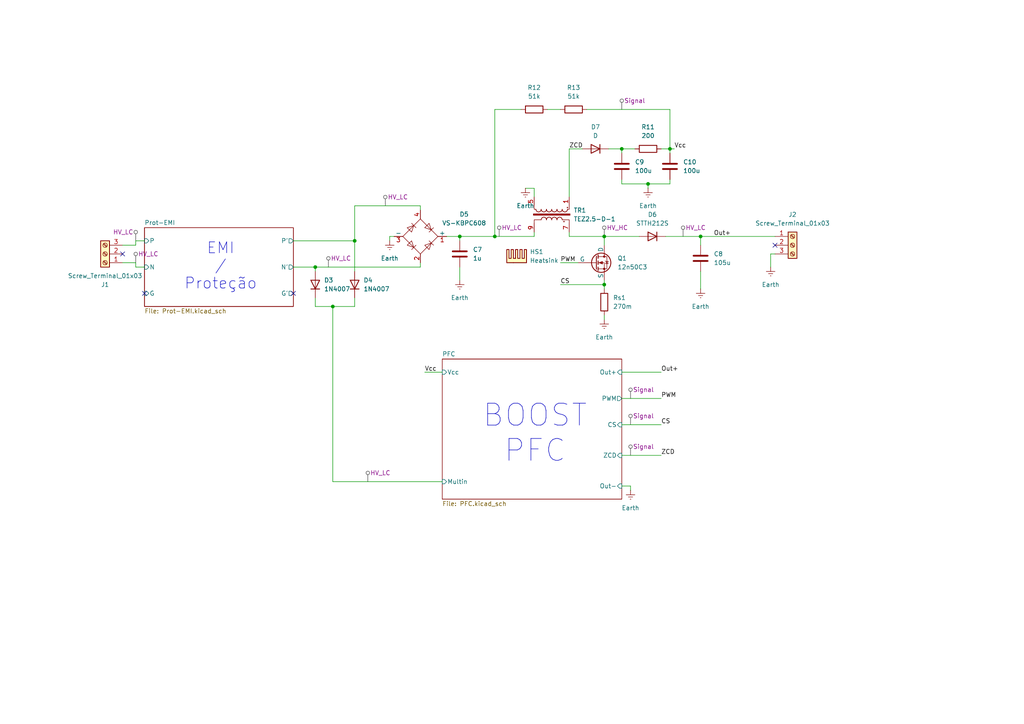
<source format=kicad_sch>
(kicad_sch (version 20250114) (generator "eeschema") (generator_version "9.0")
  (paper "A4")
  (lib_symbols
    (symbol "Connector:Screw_Terminal_01x03" (pin_names (offset 1.016) (hide yes))
      (property "Reference" "J" (at 0 5.08 0))
      (property "Value" "Screw_Terminal_01x03" (at 0 -5.08 0))
      (symbol "Screw_Terminal_01x03_1_1"
        (rectangle (start -1.27 3.81) (end 1.27 -3.81) (stroke (width 0.254)) (fill (type background)))
        (polyline (pts (xy -0.5334 2.8702) (xy 0.3302 2.032)) (stroke (width 0.1524)))
        (polyline (pts (xy -0.5334 0.3302) (xy 0.3302 -0.508)) (stroke (width 0.1524)))
        (polyline (pts (xy -0.5334 -2.2098) (xy 0.3302 -3.048)) (stroke (width 0.1524)))
        (polyline (pts (xy -0.3556 3.048) (xy 0.508 2.2098)) (stroke (width 0.1524)))
        (polyline (pts (xy -0.3556 0.508) (xy 0.508 -0.3302)) (stroke (width 0.1524)))
        (polyline (pts (xy -0.3556 -2.032) (xy 0.508 -2.8702)) (stroke (width 0.1524)))
        (circle (center 0 2.54) (radius 0.635) (stroke (width 0.1524)))
        (circle (center 0 0) (radius 0.635) (stroke (width 0.1524)))
        (circle (center 0 -2.54) (radius 0.635) (stroke (width 0.1524)))
        (pin passive line (at -5.08 2.54 0) (length 3.81) (name "Pin_1") (number "1"))
        (pin passive line (at -5.08 0 0) (length 3.81) (name "Pin_2") (number "2"))
        (pin passive line (at -5.08 -2.54 0) (length 3.81) (name "Pin_3") (number "3"))
      )
    )
    (symbol "Device:C" (pin_numbers (hide yes)) (pin_names (offset 0.254))
      (property "Reference" "C" (at 0.635 2.54 0))
      (property "Value" "C" (at 0.635 -2.54 0))
      (symbol "C_0_1"
        (polyline (pts (xy -2.032 0.762) (xy 2.032 0.762)) (stroke (width 0.508)))
        (polyline (pts (xy -2.032 -0.762) (xy 2.032 -0.762)) (stroke (width 0.508)))
      )
      (symbol "C_1_1"
        (pin passive line (at 0 3.81 270) (length 2.794) (name "~") (number "1"))
        (pin passive line (at 0 -3.81 90) (length 2.794) (name "~") (number "2"))
      )
    )
    (symbol "Device:D" (pin_numbers (hide yes)) (pin_names (offset 1.016) (hide yes))
      (property "Reference" "D" (at 0 2.54 0))
      (property "Value" "D" (at 0 -2.54 0))
      (symbol "D_0_1"
        (polyline (pts (xy -1.27 1.27) (xy -1.27 -1.27)) (stroke (width 0.254)))
        (polyline (pts (xy 1.27 1.27) (xy 1.27 -1.27) (xy -1.27 0) (xy 1.27 1.27)) (stroke (width 0.254)))
        (polyline (pts (xy 1.27 0) (xy -1.27 0)))
      )
      (symbol "D_1_1"
        (pin passive line (at -3.81 0 0) (length 2.54) (name "K") (number "1"))
        (pin passive line (at 3.81 0 180) (length 2.54) (name "A") (number "2"))
      )
    )
    (symbol "Device:R" (pin_numbers (hide yes)) (pin_names (offset 0))
      (property "Reference" "R" (at 2.032 0 90))
      (property "Value" "R" (at 0 0 90))
      (symbol "R_0_1"
        (rectangle (start -1.016 -2.54) (end 1.016 2.54) (stroke (width 0.254)))
      )
      (symbol "R_1_1"
        (pin passive line (at 0 3.81 270) (length 1.27) (name "~") (number "1"))
        (pin passive line (at 0 -3.81 90) (length 1.27) (name "~") (number "2"))
      )
    )
    (symbol "Diode:1N4007" (pin_numbers (hide yes)) (pin_names (hide yes))
      (property "Reference" "D" (at 0 2.54 0))
      (property "Value" "1N4007" (at 0 -2.54 0))
      (symbol "1N4007_0_1"
        (polyline (pts (xy -1.27 1.27) (xy -1.27 -1.27)) (stroke (width 0.254)))
        (polyline (pts (xy 1.27 1.27) (xy 1.27 -1.27) (xy -1.27 0) (xy 1.27 1.27)) (stroke (width 0.254)))
        (polyline (pts (xy 1.27 0) (xy -1.27 0)))
      )
      (symbol "1N4007_1_1"
        (pin passive line (at -3.81 0 0) (length 2.54) (name "K") (number "1"))
        (pin passive line (at 3.81 0 180) (length 2.54) (name "A") (number "2"))
      )
    )
    (symbol "Diode:STTH212S" (pin_numbers (hide yes)) (pin_names (offset 1.016) (hide yes))
      (property "Reference" "D" (at 0 2.54 0))
      (property "Value" "STTH212S" (at 0 -2.54 0))
      (symbol "STTH212S_0_1"
        (polyline (pts (xy -1.27 1.27) (xy -1.27 -1.27)) (stroke (width 0.254)))
        (polyline (pts (xy 1.27 1.27) (xy 1.27 -1.27) (xy -1.27 0) (xy 1.27 1.27)) (stroke (width 0.254)))
        (polyline (pts (xy 1.27 0) (xy -1.27 0)))
      )
      (symbol "STTH212S_1_1"
        (pin passive line (at -3.81 0 0) (length 2.54) (name "K") (number "1"))
        (pin passive line (at 3.81 0 180) (length 2.54) (name "A") (number "2"))
      )
    )
    (symbol "Diode_Bridge:VS-KBPC608" (pin_names (offset 0))
      (property "Reference" "D" (at 2.54 6.985 0))
      (property "Value" "VS-KBPC608" (at 2.54 5.08 0))
      (symbol "VS-KBPC608_0_1"
        (polyline (pts (xy -5.08 0) (xy 0 -5.08) (xy 5.08 0) (xy 0 5.08) (xy -5.08 0)))
        (polyline (pts (xy -3.81 2.54) (xy -2.54 1.27) (xy -1.905 3.175) (xy -3.81 2.54)))
        (polyline (pts (xy -2.54 3.81) (xy -1.27 2.54)))
        (polyline (pts (xy -2.54 -1.27) (xy -3.81 -2.54) (xy -1.905 -3.175) (xy -2.54 -1.27)))
        (polyline (pts (xy -1.27 -2.54) (xy -2.54 -3.81)))
        (polyline (pts (xy 1.27 2.54) (xy 2.54 3.81) (xy 3.175 1.905) (xy 1.27 2.54)))
        (polyline (pts (xy 2.54 1.27) (xy 3.81 2.54)))
        (polyline (pts (xy 2.54 -1.27) (xy 3.81 -2.54)))
        (polyline (pts (xy 3.175 -1.905) (xy 1.27 -2.54) (xy 2.54 -3.81) (xy 3.175 -1.905)))
      )
      (symbol "VS-KBPC608_1_1"
        (pin passive line (at -7.62 0 0) (length 2.54) (name "-") (number "3"))
        (pin passive line (at 0 7.62 270) (length 2.54) (name "~") (number "4"))
        (pin passive line (at 0 -7.62 90) (length 2.54) (name "~") (number "2"))
        (pin passive line (at 7.62 0 180) (length 2.54) (name "+") (number "1"))
      )
    )
    (symbol "ELP-Boost_PFC:12n50C3" (pin_numbers (hide yes)) (pin_names (offset 0))
      (property "Reference" "Q" (at 2.54 2.54 0))
      (property "Value" "12n50C3" (at 0 0 0))
      (symbol "12n50C3_0_1"
        (polyline (pts (xy -2.286 1.905) (xy -2.286 -1.905)) (stroke (width 0.254)))
        (polyline (pts (xy -2.286 0) (xy -5.08 0)))
        (polyline (pts (xy -1.778 2.286) (xy -1.778 1.27)) (stroke (width 0.254)))
        (polyline (pts (xy -1.778 0.508) (xy -1.778 -0.508)) (stroke (width 0.254)))
        (polyline (pts (xy -1.778 -1.27) (xy -1.778 -2.286)) (stroke (width 0.254)))
        (polyline (pts (xy -1.778 -1.778) (xy 0.762 -1.778) (xy 0.762 1.778) (xy -1.778 1.778)))
        (polyline (pts (xy -1.524 0) (xy -0.508 0.381) (xy -0.508 -0.381) (xy -1.524 0)) (fill (type outline)))
        (circle (center -0.889 0) (radius 2.794) (stroke (width 0.254)))
        (polyline (pts (xy 0 2.54) (xy 0 1.778)))
        (circle (center 0 1.778) (radius 0.254) (fill (type outline)))
        (circle (center 0 -1.778) (radius 0.254) (fill (type outline)))
        (polyline (pts (xy 0 -2.54) (xy 0 0) (xy -1.778 0)))
        (polyline (pts (xy 0.254 0.508) (xy 0.381 0.381) (xy 1.143 0.381) (xy 1.27 0.254)))
        (polyline (pts (xy 0.762 0.381) (xy 0.381 -0.254) (xy 1.143 -0.254) (xy 0.762 0.381)))
      )
      (symbol "12n50C3_1_1"
        (pin input line (at -7.62 0 0) (length 2.54) (name "G") (number "1"))
        (pin passive line (at 0 5.08 270) (length 2.54) (name "D") (number "2"))
        (pin passive line (at 0 -5.08 90) (length 2.54) (name "S") (number "3"))
      )
    )
    (symbol "Mechanical:Heatsink" (pin_names (offset 1.016))
      (property "Reference" "HS" (at 0 5.08 0))
      (property "Value" "Heatsink" (at 0 -1.27 0))
      (symbol "Heatsink_0_1"
        (polyline (pts (xy -0.3302 1.27) (xy -0.9652 1.27) (xy -0.9652 3.81) (xy -1.6002 3.81) (xy -1.6002 1.27) (xy -2.2352 1.27) (xy -2.2352 3.81) (xy -2.8702 3.81) (xy -2.8702 0) (xy -0.9652 0)) (stroke (width 0.254)) (fill (type background)))
        (polyline (pts (xy -0.3302 1.27) (xy -0.3302 3.81) (xy 0.3048 3.81) (xy 0.3048 1.27) (xy 0.9398 1.27) (xy 0.9398 3.81) (xy 1.5748 3.81) (xy 1.5748 1.27) (xy 2.2098 1.27) (xy 2.2098 3.81) (xy 2.8448 3.81) (xy 2.8448 0) (xy -0.9652 0)) (stroke (width 0.254)) (fill (type background)))
      )
    )
    (symbol "Transformer:TEZ2.5-D-1" (pin_names (offset 0.0254))
      (property "Reference" "TR" (at 0 6.35 0))
      (property "Value" "TEZ2.5-D-1" (at 0 -6.35 0))
      (symbol "TEZ2.5-D-1_0_1"
        (circle (center -2.032 4.572) (radius 0.127))
        (arc (start -1.524 4.572) (mid -0.7653 3.81) (end -1.524 3.048) (stroke (width 0.2032)))
        (arc (start -1.524 3.048) (mid -0.7653 2.286) (end -1.524 1.524) (stroke (width 0.2032)))
        (arc (start -1.524 1.524) (mid -0.7653 0.762) (end -1.524 0) (stroke (width 0.2032)))
        (arc (start -1.524 0) (mid -0.7653 -0.762) (end -1.524 -1.524) (stroke (width 0.2032)))
        (arc (start -1.524 -1.524) (mid -0.7653 -2.286) (end -1.524 -3.048) (stroke (width 0.2032)))
        (arc (start -1.524 -3.048) (mid -0.7653 -3.81) (end -1.524 -4.572) (stroke (width 0.2032)))
        (polyline (pts (xy -1.524 4.572) (xy -1.524 5.08) (xy -2.54 5.08)))
        (polyline (pts (xy -1.524 -4.572) (xy -1.524 -5.08) (xy -2.54 -5.08)))
        (rectangle (start -0.254 5.334) (end 0.254 -5.334) (stroke (width 0.0254)) (fill (type outline)))
        (polyline (pts (xy 1.524 3.048) (xy 1.524 5.08) (xy 2.54 5.08)) (stroke (width 0.1524)))
        (arc (start 1.524 1.524) (mid 0.7653 2.286) (end 1.524 3.048) (stroke (width 0.2032)))
        (arc (start 1.524 0) (mid 0.7653 0.762) (end 1.524 1.524) (stroke (width 0.2032)))
        (arc (start 1.524 -1.524) (mid 0.7653 -0.762) (end 1.524 0) (stroke (width 0.2032)))
        (arc (start 1.524 -3.048) (mid 0.7653 -2.286) (end 1.524 -1.524) (stroke (width 0.2032)))
        (circle (center 2.032 3.556) (radius 0.127))
        (polyline (pts (xy 2.54 -5.08) (xy 1.524 -5.08) (xy 1.524 -3.048)) (stroke (width 0.1524)))
      )
      (symbol "TEZ2.5-D-1_1_1"
        (pin passive line (at -5.08 5.08 0) (length 2.54) (name "~") (number "1"))
        (pin passive line (at -5.08 -5.08 0) (length 2.54) (name "~") (number "5"))
        (pin passive line (at 5.08 5.08 180) (length 2.54) (name "~") (number "7"))
        (pin passive line (at 5.08 -5.08 180) (length 2.54) (name "~") (number "9"))
      )
    )
    (symbol "power:Earth" (power) (pin_numbers (hide yes)) (pin_names (offset 0) (hide yes))
      (property "Value" "Earth" (at 0 -3.81 0))
      (symbol "Earth_0_1"
        (polyline (pts (xy -0.635 -1.905) (xy 0.635 -1.905)))
        (polyline (pts (xy -0.127 -2.54) (xy 0.127 -2.54)))
        (polyline (pts (xy 0 -1.27) (xy 0 0)))
        (polyline (pts (xy 1.27 -1.27) (xy -1.27 -1.27)))
      )
      (symbol "Earth_1_1"
        (pin power_in line (at 0 0 270) (length 0) (name "~") (number "1"))
      )
    )
  )
  (text "EMI\n/\nProteção" (at 64.008 77.216 0) (effects (font (size 3.175 3.175))))
  (text "BOOST\nPFC" (at 155.194 125.73 0) (effects (font (size 6.35 6.35))))
  (junction (at 96.52 88.9))
  (junction (at 175.26 82.55))
  (junction (at 133.35 68.58))
  (junction (at 143.51 68.58))
  (junction (at 194.31 43.18))
  (junction (at 102.87 69.85))
  (junction (at 91.44 77.47))
  (junction (at 180.34 43.18))
  (junction (at 187.96 53.34))
  (junction (at 203.2 68.58))
  (junction (at 175.26 68.58))
  (no_connect (at 41.91 85.09))
  (no_connect (at 85.09 85.09))
  (no_connect (at 35.56 73.66))
  (no_connect (at 224.79 71.12))
  (wire (pts (xy 91.44 77.47) (xy 121.92 77.47)))
  (wire (pts (xy 194.31 43.18) (xy 194.31 44.45)))
  (wire (pts (xy 102.87 86.36) (xy 102.87 88.9)))
  (wire (pts (xy 175.26 68.58) (xy 185.42 68.58)))
  (wire (pts (xy 191.77 115.57) (xy 180.34 115.57)))
  (wire (pts (xy 35.56 76.2) (xy 39.37 76.2)))
  (wire (pts (xy 165.1 43.18) (xy 168.91 43.18)))
  (wire (pts (xy 39.37 77.47) (xy 41.91 77.47)))
  (wire (pts (xy 203.2 68.58) (xy 203.2 71.12)))
  (wire (pts (xy 165.1 68.58) (xy 175.26 68.58)))
  (wire (pts (xy 133.35 68.58) (xy 143.51 68.58)))
  (wire (pts (xy 133.35 68.58) (xy 133.35 69.85)))
  (wire (pts (xy 175.26 82.55) (xy 162.56 82.55)))
  (wire (pts (xy 203.2 68.58) (xy 224.79 68.58)))
  (wire (pts (xy 193.04 68.58) (xy 203.2 68.58)))
  (wire (pts (xy 121.92 77.47) (xy 121.92 76.2)))
  (wire (pts (xy 162.56 31.75) (xy 158.75 31.75)))
  (wire (pts (xy 162.56 76.2) (xy 167.64 76.2)))
  (wire (pts (xy 121.92 59.69) (xy 102.87 59.69)))
  (wire (pts (xy 143.51 31.75) (xy 143.51 68.58)))
  (wire (pts (xy 102.87 69.85) (xy 102.87 78.74)))
  (wire (pts (xy 194.31 52.07) (xy 194.31 53.34)))
  (wire (pts (xy 180.34 43.18) (xy 184.15 43.18)))
  (wire (pts (xy 165.1 43.18) (xy 165.1 57.15)))
  (wire (pts (xy 182.88 140.97) (xy 182.88 142.24)))
  (wire (pts (xy 180.34 43.18) (xy 180.34 44.45)))
  (wire (pts (xy 113.03 68.58) (xy 113.03 69.85)))
  (wire (pts (xy 176.53 43.18) (xy 180.34 43.18)))
  (wire (pts (xy 35.56 71.12) (xy 39.37 71.12)))
  (wire (pts (xy 91.44 86.36) (xy 91.44 88.9)))
  (wire (pts (xy 203.2 78.74) (xy 203.2 83.82)))
  (wire (pts (xy 96.52 139.7) (xy 128.27 139.7)))
  (wire (pts (xy 194.31 31.75) (xy 170.18 31.75)))
  (wire (pts (xy 191.77 132.08) (xy 180.34 132.08)))
  (wire (pts (xy 91.44 77.47) (xy 91.44 78.74)))
  (wire (pts (xy 133.35 77.47) (xy 133.35 81.28)))
  (wire (pts (xy 182.88 140.97) (xy 180.34 140.97)))
  (wire (pts (xy 121.92 60.96) (xy 121.92 59.69)))
  (wire (pts (xy 39.37 69.85) (xy 41.91 69.85)))
  (wire (pts (xy 151.13 31.75) (xy 143.51 31.75)))
  (wire (pts (xy 191.77 43.18) (xy 194.31 43.18)))
  (wire (pts (xy 85.09 69.85) (xy 102.87 69.85)))
  (wire (pts (xy 96.52 88.9) (xy 96.52 139.7)))
  (wire (pts (xy 123.19 107.95) (xy 128.27 107.95)))
  (wire (pts (xy 154.94 68.58) (xy 143.51 68.58)))
  (wire (pts (xy 180.34 53.34) (xy 187.96 53.34)))
  (wire (pts (xy 175.26 68.58) (xy 175.26 71.12)))
  (wire (pts (xy 175.26 81.28) (xy 175.26 82.55)))
  (wire (pts (xy 194.31 43.18) (xy 195.58 43.18)))
  (wire (pts (xy 85.09 77.47) (xy 91.44 77.47)))
  (wire (pts (xy 187.96 53.34) (xy 187.96 54.61)))
  (wire (pts (xy 180.34 53.34) (xy 180.34 52.07)))
  (wire (pts (xy 154.94 67.31) (xy 154.94 68.58)))
  (wire (pts (xy 223.52 77.47) (xy 223.52 73.66)))
  (wire (pts (xy 175.26 91.44) (xy 175.26 92.71)))
  (wire (pts (xy 187.96 53.34) (xy 194.31 53.34)))
  (wire (pts (xy 191.77 123.19) (xy 180.34 123.19)))
  (wire (pts (xy 154.94 54.61) (xy 154.94 57.15)))
  (wire (pts (xy 114.3 68.58) (xy 113.03 68.58)))
  (wire (pts (xy 175.26 82.55) (xy 175.26 83.82)))
  (wire (pts (xy 39.37 71.12) (xy 39.37 69.85)))
  (wire (pts (xy 102.87 59.69) (xy 102.87 69.85)))
  (wire (pts (xy 129.54 68.58) (xy 133.35 68.58)))
  (wire (pts (xy 191.77 107.95) (xy 180.34 107.95)))
  (wire (pts (xy 194.31 43.18) (xy 194.31 31.75)))
  (wire (pts (xy 91.44 88.9) (xy 96.52 88.9)))
  (wire (pts (xy 39.37 76.2) (xy 39.37 77.47)))
  (wire (pts (xy 165.1 67.31) (xy 165.1 68.58)))
  (wire (pts (xy 96.52 88.9) (xy 102.87 88.9)))
  (wire (pts (xy 154.94 54.61) (xy 152.4 54.61)))
  (wire (pts (xy 223.52 73.66) (xy 224.79 73.66)))
  (label "Vcc" (at 123.19 107.95 0))
  (label "CS" (at 191.77 123.19 0))
  (label "PWM" (at 191.77 115.57 0))
  (label "ZCD" (at 191.77 132.08 0))
  (label "Out+" (at 191.77 107.95 0))
  (label "Vcc" (at 195.58 43.18 0))
  (label "Out+" (at 207.01 68.58 0))
  (label "PWM" (at 162.56 76.2 0))
  (label "ZCD" (at 165.1 43.18 0))
  (label "CS" (at 162.56 82.55 0))
  (netclass_flag "" (length 2.54) (shape round) (at 39.37 76.2 0) (property "Netclass" "HV_LC" (at 40.0685 73.66 0) (effects (justify left))))
  (netclass_flag "" (length 2.54) (shape round) (at 182.88 123.19 0) (property "Netclass" "Signal" (at 183.5785 120.65 0) (effects (justify left))))
  (netclass_flag "" (length 2.54) (shape round) (at 111.76 59.69 0) (property "Netclass" "HV_LC" (at 112.4585 57.15 0) (effects (justify left))))
  (netclass_flag "" (length 2.54) (shape round) (at 182.88 132.08 0) (property "Netclass" "Signal" (at 183.5785 129.54 0) (effects (justify left))))
  (netclass_flag "" (length 2.54) (shape round) (at 95.25 77.47 0) (property "Netclass" "HV_LC" (at 95.9485 74.93 0) (effects (justify left))))
  (netclass_flag "" (length 2.54) (shape round) (at 180.34 31.75 0) (property "Netclass" "Signal" (at 181.0385 29.21 0) (effects (justify left))))
  (netclass_flag "" (length 2.54) (shape round) (at 182.88 115.57 0) (property "Netclass" "Signal" (at 183.5785 113.03 0) (effects (justify left))))
  (netclass_flag "" (length 2.54) (shape round) (at 198.12 68.58 0) (property "Netclass" "HV_LC" (at 198.8185 66.04 0) (effects (justify left))))
  (netclass_flag "" (length 2.54) (shape round) (at 39.37 69.85 0) (property "Netclass" "HV_LC" (at 38.6715 67.31 0) (effects (justify right))))
  (netclass_flag "" (length 2.54) (shape round) (at 144.78 68.58 0) (property "Netclass" "HV_LC" (at 145.4785 66.04 0) (effects (justify left))))
  (netclass_flag "" (length 2.54) (shape round) (at 106.68 139.7 0) (property "Netclass" "HV_LC" (at 107.3785 137.16 0) (effects (justify left))))
  (netclass_flag "" (length 2.54) (shape round) (at 175.26 68.58 0) (property "Netclass" "HV_HC" (at 175.9585 66.04 0) (effects (justify left))))
  (symbol (lib_id "Transformer:TEZ2.5-D-1") (at 160.02 62.23 270) (unit 1)
    (property "Reference" "TR1" (at 166.37 60.998 90) (effects (justify left)))
    (property "Value" "TEZ2.5-D-1" (at 166.37 63.538 90) (effects (justify left)))
    (property "Footprint" "ELP-Boost_PFC:Indutor ELP" (effects (hide yes)))
    (property "Datasheet" "http://www.breve.pl/pdf/ANG/TEZ_ang.pdf" (effects (hide yes)))
    (property "Description" "TEZ2.5/D/x, 2.5VA, Single Secondary, Cast Resin Transformer, PCB" (effects (hide yes)))
  )
  (symbol (lib_id "Device:D") (at 172.72 43.18 0) (mirror y) (unit 1)
    (property "Reference" "D7" (at 172.72 36.83 0))
    (property "Value" "D" (at 172.72 39.37 0))
    (property "Footprint" "Diode_THT:D_DO-41_SOD81_P10.16mm_Horizontal" (effects (hide yes)))
    (property "Description" "Diode" (effects (hide yes)))
    (property "Sim.Device" "D" (effects (hide yes)))
    (property "Sim.Pins" "1=K 2=A" (effects (hide yes)))
  )
  (symbol (lib_id "Device:R") (at 175.26 87.63 0) (unit 1)
    (property "Reference" "Rs1" (at 177.8 86.3599 0) (effects (justify left)))
    (property "Value" "270m" (at 177.8 88.8999 0) (effects (justify left)))
    (property "Footprint" "Resistor_SMD:R_2512_6332Metric_Pad1.40x3.35mm_HandSolder" (effects (hide yes)))
    (property "Description" "Resistor" (effects (hide yes)))
  )
  (symbol (lib_id "ELP-Boost_PFC:12n50C3") (at 175.26 76.2 0) (unit 1)
    (property "Reference" "Q1" (at 179.07 74.9299 0) (effects (justify left)))
    (property "Value" "12n50C3" (at 179.07 77.4699 0) (effects (justify left)))
    (property "Footprint" "Package_TO_SOT_THT:TO-220-3_Vertical" (effects (hide yes)))
  )
  (symbol (lib_id "power:Earth") (at 187.96 54.61 0) (unit 1)
    (property "Reference" "#PWR014" (effects (hide yes)))
    (property "Value" "Earth" (at 187.96 59.69 0))
    (property "Description" "Power symbol creates a global label with name \"Earth\"" (effects (hide yes)))
  )
  (symbol (lib_id "Device:R") (at 166.37 31.75 90) (unit 1)
    (property "Reference" "R13" (at 166.37 25.4 90))
    (property "Value" "51k" (at 166.37 27.94 90))
    (property "Footprint" "Resistor_THT:R_Axial_DIN0207_L6.3mm_D2.5mm_P10.16mm_Horizontal" (effects (hide yes)))
    (property "Description" "Resistor" (effects (hide yes)))
  )
  (symbol (lib_id "power:Earth") (at 182.88 142.24 0) (unit 1)
    (property "Reference" "#PWR012" (effects (hide yes)))
    (property "Value" "Earth" (at 182.88 147.32 0))
    (property "Description" "Power symbol creates a global label with name \"Earth\"" (effects (hide yes)))
  )
  (symbol (lib_id "power:Earth") (at 203.2 83.82 0) (unit 1)
    (property "Reference" "#PWR011" (effects (hide yes)))
    (property "Value" "Earth" (at 203.2 88.9 0))
    (property "Description" "Power symbol creates a global label with name \"Earth\"" (effects (hide yes)))
  )
  (symbol (lib_id "Diode:1N4007") (at 102.87 82.55 90) (unit 1)
    (property "Reference" "D4" (at 105.41 81.2799 90) (effects (justify right)))
    (property "Value" "1N4007" (at 105.41 83.8199 90) (effects (justify right)))
    (property "Footprint" "Diode_THT:D_DO-41_SOD81_P10.16mm_Horizontal" (effects (hide yes)))
    (property "Datasheet" "http://www.vishay.com/docs/88503/1n4001.pdf" (effects (hide yes)))
    (property "Description" "1000V 1A General Purpose Rectifier Diode, DO-41" (effects (hide yes)))
    (property "Sim.Device" "D" (effects (hide yes)))
    (property "Sim.Pins" "1=K 2=A" (effects (hide yes)))
  )
  (symbol (lib_id "Device:C") (at 194.31 48.26 0) (unit 1)
    (property "Reference" "C10" (at 198.12 46.9899 0) (effects (justify left)))
    (property "Value" "100u" (at 198.12 49.5299 0) (effects (justify left)))
    (property "Footprint" "Capacitor_THT:C_Radial_D8.0mm_H11.5mm_P3.50mm" (effects (hide yes)))
    (property "Description" "Unpolarized capacitor" (effects (hide yes)))
  )
  (symbol (lib_id "Connector:Screw_Terminal_01x03") (at 229.87 71.12 0) (unit 1)
    (property "Reference" "J2" (at 229.87 62.23 0))
    (property "Value" "Screw_Terminal_01x03" (at 229.87 64.77 0))
    (property "Footprint" "TerminalBlock:TerminalBlock_Altech_AK300-3_P5.00mm" (effects (hide yes)))
    (property "Description" "Generic screw terminal, single row, 01x03, script generated (kicad-library-utils/schlib/autogen/connector/)" (effects (hide yes)))
  )
  (symbol (lib_id "Diode:STTH212S") (at 189.23 68.58 0) (mirror y) (unit 1)
    (property "Reference" "D6" (at 189.23 62.23 0))
    (property "Value" "STTH212S" (at 189.23 64.77 0))
    (property "Footprint" "Diode_SMD:D_SMC-RM10_Universal_Handsoldering" (effects (hide yes)))
    (property "Datasheet" "https://www.st.com/resource/en/datasheet/stth212.pdf" (effects (hide yes)))
    (property "Description" "1200V 2A High Voltage Ultrafast Diode, SMC" (effects (hide yes)))
  )
  (symbol (lib_id "Diode:1N4007") (at 91.44 82.55 90) (unit 1)
    (property "Reference" "D3" (at 93.98 81.2799 90) (effects (justify right)))
    (property "Value" "1N4007" (at 93.98 83.8199 90) (effects (justify right)))
    (property "Footprint" "Diode_THT:D_DO-41_SOD81_P10.16mm_Horizontal" (effects (hide yes)))
    (property "Datasheet" "http://www.vishay.com/docs/88503/1n4001.pdf" (effects (hide yes)))
    (property "Description" "1000V 1A General Purpose Rectifier Diode, DO-41" (effects (hide yes)))
    (property "Sim.Device" "D" (effects (hide yes)))
    (property "Sim.Pins" "1=K 2=A" (effects (hide yes)))
  )
  (symbol (lib_id "Device:C") (at 180.34 48.26 0) (unit 1)
    (property "Reference" "C9" (at 184.15 46.9899 0) (effects (justify left)))
    (property "Value" "100u" (at 184.15 49.5299 0) (effects (justify left)))
    (property "Footprint" "Capacitor_THT:C_Radial_D8.0mm_H11.5mm_P3.50mm" (effects (hide yes)))
    (property "Description" "Unpolarized capacitor" (effects (hide yes)))
  )
  (symbol (lib_id "power:Earth") (at 133.35 81.28 0) (unit 1)
    (property "Reference" "#PWR09" (effects (hide yes)))
    (property "Value" "Earth" (at 133.35 86.36 0))
    (property "Description" "Power symbol creates a global label with name \"Earth\"" (effects (hide yes)))
  )
  (symbol (lib_id "Device:R") (at 154.94 31.75 90) (unit 1)
    (property "Reference" "R12" (at 154.94 25.4 90))
    (property "Value" "51k" (at 154.94 27.94 90))
    (property "Footprint" "Resistor_THT:R_Axial_DIN0207_L6.3mm_D2.5mm_P10.16mm_Horizontal" (effects (hide yes)))
    (property "Description" "Resistor" (effects (hide yes)))
  )
  (symbol (lib_id "power:Earth") (at 175.26 92.71 0) (unit 1)
    (property "Reference" "#PWR010" (effects (hide yes)))
    (property "Value" "Earth" (at 175.26 97.79 0))
    (property "Description" "Power symbol creates a global label with name \"Earth\"" (effects (hide yes)))
  )
  (symbol (lib_id "Diode_Bridge:VS-KBPC608") (at 121.92 68.58 0) (unit 1)
    (property "Reference" "D5" (at 134.62 62.1598 0))
    (property "Value" "VS-KBPC608" (at 134.62 64.6998 0))
    (property "Footprint" "Diode_THT:Diode_Bridge_Vishay_KBPC6" (effects (hide yes)))
    (property "Datasheet" "http://www.vishay.com/docs/93585/vs-kbpc1series.pdf" (effects (hide yes)))
    (property "Description" "Single-Phase Bridge Rectifier, 380V Vrms, 6.0A If, KBPC6 package" (effects (hide yes)))
  )
  (symbol (lib_id "power:Earth") (at 113.03 69.85 0) (unit 1)
    (property "Reference" "#PWR08" (effects (hide yes)))
    (property "Value" "Earth" (at 113.03 74.93 0))
    (property "Description" "Power symbol creates a global label with name \"Earth\"" (effects (hide yes)))
  )
  (symbol (lib_id "power:Earth") (at 152.4 54.61 0) (unit 1)
    (property "Reference" "#PWR013" (effects (hide yes)))
    (property "Value" "Earth" (at 152.4 59.69 0))
    (property "Description" "Power symbol creates a global label with name \"Earth\"" (effects (hide yes)))
  )
  (symbol (lib_id "power:Earth") (at 223.52 77.47 0) (unit 1)
    (property "Reference" "#PWR015" (effects (hide yes)))
    (property "Value" "Earth" (at 223.52 82.55 0))
    (property "Description" "Power symbol creates a global label with name \"Earth\"" (effects (hide yes)))
  )
  (symbol (lib_id "Mechanical:Heatsink") (at 149.86 76.2 0) (unit 1)
    (property "Reference" "HS1" (at 153.67 73.0249 0) (effects (justify left)))
    (property "Value" "Heatsink" (at 153.67 75.5649 0) (effects (justify left)))
    (property "Footprint" "Heatsink:Heatsink_Fischer_SK129-STS_42x25mm_2xDrill2.5mm" (effects (hide yes)))
    (property "Description" "Heatsink" (effects (hide yes)))
  )
  (symbol (lib_id "Device:R") (at 187.96 43.18 90) (unit 1)
    (property "Reference" "R11" (at 187.96 36.83 90))
    (property "Value" "200" (at 187.96 39.37 90))
    (property "Footprint" "Resistor_THT:R_Axial_DIN0207_L6.3mm_D2.5mm_P10.16mm_Horizontal" (effects (hide yes)))
    (property "Description" "Resistor" (effects (hide yes)))
  )
  (symbol (lib_id "Device:C") (at 133.35 73.66 0) (unit 1)
    (property "Reference" "C7" (at 137.16 72.3899 0) (effects (justify left)))
    (property "Value" "1u" (at 137.16 74.9299 0) (effects (justify left)))
    (property "Footprint" "Capacitor_THT:C_Rect_L31.5mm_W9.0mm_P27.50mm_MKS4" (effects (hide yes)))
    (property "Description" "Unpolarized capacitor" (effects (hide yes)))
  )
  (symbol (lib_id "Device:C") (at 203.2 74.93 0) (unit 1)
    (property "Reference" "C8" (at 207.01 73.6599 0) (effects (justify left)))
    (property "Value" "105u" (at 207.01 76.1999 0) (effects (justify left)))
    (property "Footprint" "Capacitor_THT:C_Radial_D10.0mm_H20.0mm_P5.00mm" (effects (hide yes)))
    (property "Description" "Unpolarized capacitor" (effects (hide yes)))
  )
  (symbol (lib_id "Connector:Screw_Terminal_01x03") (at 30.48 73.66 180) (unit 1)
    (property "Reference" "J1" (at 30.48 82.55 0))
    (property "Value" "Screw_Terminal_01x03" (at 30.48 80.01 0))
    (property "Footprint" "TerminalBlock:TerminalBlock_Altech_AK300-3_P5.00mm" (effects (hide yes)))
    (property "Description" "Generic screw terminal, single row, 01x03, script generated (kicad-library-utils/schlib/autogen/connector/)" (effects (hide yes)))
  )
  (sheet (at 41.91 66.04) (size 43.18 22.86) (stroke (width 0.1524))
    (property "Sheetname" "Prot-EMI" (at 41.91 65.3284 0) (effects (justify left bottom)))
    (property "Sheetfile" "Prot-EMI.kicad_sch" (at 41.91 89.4846 0) (effects (justify left top)))
    (pin "G" input (at 41.91 85.09 180))
    (pin "G'" output (at 85.09 85.09 0))
    (pin "N" input (at 41.91 77.47 180))
    (pin "N'" output (at 85.09 77.47 0))
    (pin "P" input (at 41.91 69.85 180))
    (pin "P'" output (at 85.09 69.85 0))
  )
  (sheet (at 128.27 104.14) (size 52.07 40.64) (stroke (width 0.1524))
    (property "Sheetname" "PFC" (at 128.27 103.4284 0) (effects (justify left bottom)))
    (property "Sheetfile" "PFC.kicad_sch" (at 128.27 145.3646 0) (effects (justify left top)))
    (pin "CS" input (at 180.34 123.19 0))
    (pin "Multin" input (at 128.27 139.7 180))
    (pin "Out+" input (at 180.34 107.95 0))
    (pin "Out-" input (at 180.34 140.97 0))
    (pin "PWM" output (at 180.34 115.57 0))
    (pin "Vcc" input (at 128.27 107.95 180))
    (pin "ZCD" input (at 180.34 132.08 0))
  )
)
</source>
